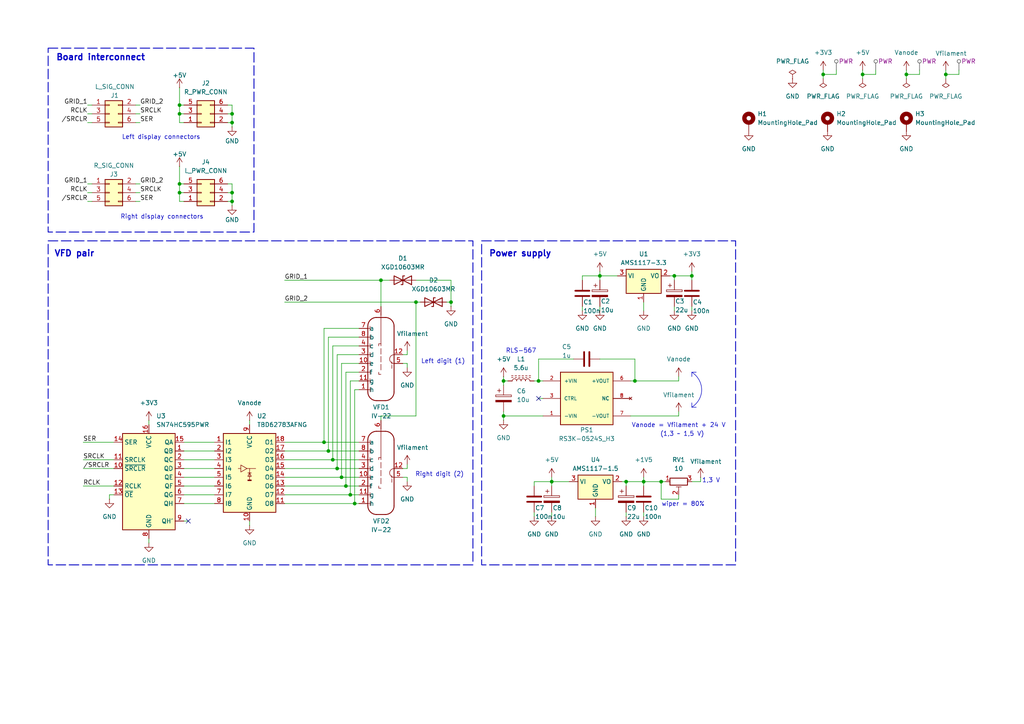
<source format=kicad_sch>
(kicad_sch (version 20250114) (generator "eeschema") (generator_version "9.0")
  (paper "A4")
  (lib_symbols
    (symbol "74xx:74HC595"
      (property "Reference" "U" (at -7.62 13.97 0))
      (property "Value" "74HC595" (at -7.62 -16.51 0))
      (symbol "74HC595_1_0"
        (pin input line (at -10.16 10.16 0) (length 2.54) (name "SER") (number "14"))
        (pin input line (at -10.16 5.08 0) (length 2.54) (name "SRCLK") (number "11"))
        (pin input line (at -10.16 2.54 0) (length 2.54) (name "~{SRCLR}") (number "10"))
        (pin input line (at -10.16 -2.54 0) (length 2.54) (name "RCLK") (number "12"))
        (pin input line (at -10.16 -5.08 0) (length 2.54) (name "~{OE}") (number "13"))
        (pin power_in line (at 0 15.24 270) (length 2.54) (name "VCC") (number "16"))
        (pin power_in line (at 0 -17.78 90) (length 2.54) (name "GND") (number "8"))
        (pin tri_state line (at 10.16 10.16 180) (length 2.54) (name "QA") (number "15"))
        (pin tri_state line (at 10.16 7.62 180) (length 2.54) (name "QB") (number "1"))
        (pin tri_state line (at 10.16 5.08 180) (length 2.54) (name "QC") (number "2"))
        (pin tri_state line (at 10.16 2.54 180) (length 2.54) (name "QD") (number "3"))
        (pin tri_state line (at 10.16 0 180) (length 2.54) (name "QE") (number "4"))
        (pin tri_state line (at 10.16 -2.54 180) (length 2.54) (name "QF") (number "5"))
        (pin tri_state line (at 10.16 -5.08 180) (length 2.54) (name "QG") (number "6"))
        (pin tri_state line (at 10.16 -7.62 180) (length 2.54) (name "QH") (number "7"))
        (pin output line (at 10.16 -12.7 180) (length 2.54) (name "QH'") (number "9"))
      )
      (symbol "74HC595_1_1"
        (rectangle (start -7.62 12.7) (end 7.62 -15.24) (stroke (width 0.254)) (fill (type background)))
      )
    )
    (symbol "Connector_Generic:Conn_02x03_Odd_Even" (pin_names (offset 1.016) (hide yes))
      (property "Reference" "J" (at 1.27 5.08 0))
      (property "Value" "Conn_02x03_Odd_Even" (at 1.27 -5.08 0))
      (symbol "Conn_02x03_Odd_Even_1_1"
        (rectangle (start -1.27 3.81) (end 3.81 -3.81) (stroke (width 0.254)) (fill (type background)))
        (rectangle (start -1.27 2.667) (end 0 2.413) (stroke (width 0.1524)))
        (rectangle (start -1.27 0.127) (end 0 -0.127) (stroke (width 0.1524)))
        (rectangle (start -1.27 -2.413) (end 0 -2.667) (stroke (width 0.1524)))
        (rectangle (start 3.81 2.667) (end 2.54 2.413) (stroke (width 0.1524)))
        (rectangle (start 3.81 0.127) (end 2.54 -0.127) (stroke (width 0.1524)))
        (rectangle (start 3.81 -2.413) (end 2.54 -2.667) (stroke (width 0.1524)))
        (pin passive line (at -5.08 2.54 0) (length 3.81) (name "Pin_1") (number "1"))
        (pin passive line (at -5.08 0 0) (length 3.81) (name "Pin_3") (number "3"))
        (pin passive line (at -5.08 -2.54 0) (length 3.81) (name "Pin_5") (number "5"))
        (pin passive line (at 7.62 2.54 180) (length 3.81) (name "Pin_2") (number "2"))
        (pin passive line (at 7.62 0 180) (length 3.81) (name "Pin_4") (number "4"))
        (pin passive line (at 7.62 -2.54 180) (length 3.81) (name "Pin_6") (number "6"))
      )
    )
    (symbol "Device:C" (pin_numbers (hide yes)) (pin_names (offset 0.254))
      (property "Reference" "C" (at 0.635 2.54 0))
      (property "Value" "C" (at 0.635 -2.54 0))
      (symbol "C_0_1"
        (polyline (pts (xy -2.032 0.762) (xy 2.032 0.762)) (stroke (width 0.508)))
        (polyline (pts (xy -2.032 -0.762) (xy 2.032 -0.762)) (stroke (width 0.508)))
      )
      (symbol "C_1_1"
        (pin passive line (at 0 3.81 270) (length 2.794) (name "~") (number "1"))
        (pin passive line (at 0 -3.81 90) (length 2.794) (name "~") (number "2"))
      )
    )
    (symbol "Device:C_Polarized" (pin_numbers (hide yes)) (pin_names (offset 0.254))
      (property "Reference" "C" (at 0.635 2.54 0))
      (property "Value" "C_Polarized" (at 0.635 -2.54 0))
      (symbol "C_Polarized_0_1"
        (rectangle (start -2.286 0.508) (end 2.286 1.016))
        (polyline (pts (xy -1.778 2.286) (xy -0.762 2.286)))
        (polyline (pts (xy -1.27 2.794) (xy -1.27 1.778)))
        (rectangle (start 2.286 -0.508) (end -2.286 -1.016) (fill (type outline)))
      )
      (symbol "C_Polarized_1_1"
        (pin passive line (at 0 3.81 270) (length 2.794) (name "~") (number "1"))
        (pin passive line (at 0 -3.81 90) (length 2.794) (name "~") (number "2"))
      )
    )
    (symbol "Device:D_TVS" (pin_numbers (hide yes)) (pin_names (offset 1.016) (hide yes))
      (property "Reference" "D" (at 0 2.54 0))
      (property "Value" "D_TVS" (at 0 -2.54 0))
      (symbol "D_TVS_0_1"
        (polyline (pts (xy -2.54 1.27) (xy -2.54 -1.27) (xy 2.54 1.27) (xy 2.54 -1.27) (xy -2.54 1.27)) (stroke (width 0.254)))
        (polyline (pts (xy 0.508 1.27) (xy 0 1.27) (xy 0 -1.27) (xy -0.508 -1.27)) (stroke (width 0.254)))
        (polyline (pts (xy 1.27 0) (xy -1.27 0)))
      )
      (symbol "D_TVS_1_1"
        (pin passive line (at -3.81 0 0) (length 2.54) (name "A1") (number "1"))
        (pin passive line (at 3.81 0 180) (length 2.54) (name "A2") (number "2"))
      )
    )
    (symbol "Device:L_Ferrite" (pin_numbers (hide yes)) (pin_names (offset 1.016) (hide yes))
      (property "Reference" "L" (at -1.27 0 90))
      (property "Value" "L_Ferrite" (at 2.794 0 90))
      (symbol "L_Ferrite_0_1"
        (arc (start 0 2.54) (mid 0.6323 1.905) (end 0 1.27))
        (arc (start 0 1.27) (mid 0.6323 0.635) (end 0 0))
        (arc (start 0 0) (mid 0.6323 -0.635) (end 0 -1.27))
        (arc (start 0 -1.27) (mid 0.6323 -1.905) (end 0 -2.54))
        (polyline (pts (xy 1.016 2.286) (xy 1.016 2.794)))
        (polyline (pts (xy 1.016 1.27) (xy 1.016 1.778)))
        (polyline (pts (xy 1.016 0.254) (xy 1.016 0.762)))
        (polyline (pts (xy 1.016 -0.762) (xy 1.016 -0.254)))
        (polyline (pts (xy 1.016 -1.778) (xy 1.016 -1.27)))
        (polyline (pts (xy 1.016 -2.794) (xy 1.016 -2.286)))
        (polyline (pts (xy 1.524 2.794) (xy 1.524 2.286)))
        (polyline (pts (xy 1.524 1.778) (xy 1.524 1.27)))
        (polyline (pts (xy 1.524 0.762) (xy 1.524 0.254)))
        (polyline (pts (xy 1.524 -0.254) (xy 1.524 -0.762)))
        (polyline (pts (xy 1.524 -1.27) (xy 1.524 -1.778)))
        (polyline (pts (xy 1.524 -2.286) (xy 1.524 -2.794)))
      )
      (symbol "L_Ferrite_1_1"
        (pin passive line (at 0 3.81 270) (length 1.27) (name "1") (number "1"))
        (pin passive line (at 0 -3.81 90) (length 1.27) (name "2") (number "2"))
      )
    )
    (symbol "Device:R_Potentiometer_Trim" (pin_names (offset 1.016) (hide yes))
      (property "Reference" "RV" (at -4.445 0 90))
      (property "Value" "R_Potentiometer_Trim" (at -2.54 0 90))
      (symbol "R_Potentiometer_Trim_0_1"
        (rectangle (start 1.016 2.54) (end -1.016 -2.54) (stroke (width 0.254)))
        (polyline (pts (xy 1.524 0.762) (xy 1.524 -0.762)))
        (polyline (pts (xy 2.54 0) (xy 1.524 0)))
      )
      (symbol "R_Potentiometer_Trim_1_1"
        (pin passive line (at 0 3.81 270) (length 1.27) (name "1") (number "1"))
        (pin passive line (at 0 -3.81 90) (length 1.27) (name "3") (number "3"))
        (pin passive line (at 3.81 0 180) (length 1.27) (name "2") (number "2"))
      )
    )
    (symbol "Mechanical:MountingHole_Pad" (pin_numbers (hide yes)) (pin_names (offset 1.016) (hide yes)) (exclude_from_sim yes) (in_bom no)
      (property "Reference" "H" (at 0 6.35 0))
      (property "Value" "MountingHole_Pad" (at 0 4.445 0))
      (symbol "MountingHole_Pad_0_1"
        (circle (center 0 1.27) (radius 1.27) (stroke (width 1.27)))
      )
      (symbol "MountingHole_Pad_1_1"
        (pin input line (at 0 -2.54 90) (length 2.54) (name "1") (number "1"))
      )
    )
    (symbol "Regulator_Linear:AMS1117-1.5"
      (property "Reference" "U" (at -3.81 3.175 0))
      (property "Value" "AMS1117-1.5" (at 0 3.175 0))
      (symbol "AMS1117-1.5_0_1"
        (rectangle (start -5.08 -5.08) (end 5.08 1.905) (stroke (width 0.254)) (fill (type background)))
      )
      (symbol "AMS1117-1.5_1_1"
        (pin power_in line (at -7.62 0 0) (length 2.54) (name "VI") (number "3"))
        (pin power_in line (at 0 -7.62 90) (length 2.54) (name "GND") (number "1"))
        (pin power_out line (at 7.62 0 180) (length 2.54) (name "VO") (number "2"))
      )
    )
    (symbol "Regulator_Linear:AMS1117-3.3"
      (property "Reference" "U" (at -3.81 3.175 0))
      (property "Value" "AMS1117-3.3" (at 0 3.175 0))
      (symbol "AMS1117-3.3_0_1"
        (rectangle (start -5.08 -5.08) (end 5.08 1.905) (stroke (width 0.254)) (fill (type background)))
      )
      (symbol "AMS1117-3.3_1_1"
        (pin power_in line (at -7.62 0 0) (length 2.54) (name "VI") (number "3"))
        (pin power_in line (at 0 -7.62 90) (length 2.54) (name "GND") (number "1"))
        (pin power_out line (at 7.62 0 180) (length 2.54) (name "VO") (number "2"))
      )
    )
    (symbol "Transistor_Array:TBD62783A"
      (property "Reference" "U" (at -7.62 11.43 0))
      (property "Value" "TBD62783A" (at 1.27 11.43 0))
      (symbol "TBD62783A_0_1"
        (rectangle (start -7.62 10.16) (end 7.62 -12.7) (stroke (width 0.254)) (fill (type background)))
        (polyline (pts (xy -3.302 0) (xy -2.54 0) (xy -2.54 1.016) (xy -0.762 0) (xy -2.54 -1.016) (xy -2.54 0)))
        (polyline (pts (xy -1.778 2.794) (xy -1.778 2.794)) (stroke (width 0.254)))
        (polyline (pts (xy -1.778 2.032) (xy -1.778 2.032)) (stroke (width 0.254)))
        (polyline (pts (xy -1.778 1.27) (xy -1.778 1.27)) (stroke (width 0.254)))
        (polyline (pts (xy -1.778 -1.27) (xy -1.778 -1.27)) (stroke (width 0.254)))
        (polyline (pts (xy -1.778 -2.032) (xy -1.778 -2.032)) (stroke (width 0.254)))
        (polyline (pts (xy -1.778 -2.794) (xy -1.778 -2.794)) (stroke (width 0.254)))
        (polyline (pts (xy -0.762 0) (xy 1.778 0)))
        (polyline (pts (xy -0.508 -1.27) (xy 0.508 -1.27)))
        (rectangle (start -0.508 -3.302) (end 0.508 -3.556) (fill (type outline)))
        (polyline (pts (xy 0 0) (xy 0 0)) (stroke (width 0.508)))
        (polyline (pts (xy 0 0) (xy 0 -3.302)))
        (polyline (pts (xy 0 -1.27) (xy -0.508 -2.286) (xy 0.508 -2.286) (xy 0 -1.27)))
      )
      (symbol "TBD62783A_1_1"
        (pin input line (at -10.16 7.62 0) (length 2.54) (name "I1") (number "1"))
        (pin input line (at -10.16 5.08 0) (length 2.54) (name "I2") (number "2"))
        (pin input line (at -10.16 2.54 0) (length 2.54) (name "I3") (number "3"))
        (pin input line (at -10.16 0 0) (length 2.54) (name "I4") (number "4"))
        (pin input line (at -10.16 -2.54 0) (length 2.54) (name "I5") (number "5"))
        (pin input line (at -10.16 -5.08 0) (length 2.54) (name "I6") (number "6"))
        (pin input line (at -10.16 -7.62 0) (length 2.54) (name "I7") (number "7"))
        (pin input line (at -10.16 -10.16 0) (length 2.54) (name "I8") (number "8"))
        (pin power_in line (at 0 12.7 270) (length 2.54) (name "VCC") (number "9"))
        (pin power_in line (at 0 -15.24 90) (length 2.54) (name "GND") (number "10"))
        (pin open_emitter line (at 10.16 7.62 180) (length 2.54) (name "O1") (number "18"))
        (pin open_emitter line (at 10.16 5.08 180) (length 2.54) (name "O2") (number "17"))
        (pin open_emitter line (at 10.16 2.54 180) (length 2.54) (name "O3") (number "16"))
        (pin open_emitter line (at 10.16 0 180) (length 2.54) (name "O4") (number "15"))
        (pin open_emitter line (at 10.16 -2.54 180) (length 2.54) (name "O5") (number "14"))
        (pin open_emitter line (at 10.16 -5.08 180) (length 2.54) (name "O6") (number "13"))
        (pin open_emitter line (at 10.16 -7.62 180) (length 2.54) (name "O7") (number "12"))
        (pin open_emitter line (at 10.16 -10.16 180) (length 2.54) (name "O8") (number "11"))
      )
    )
    (symbol "VFDClock_custom_lib:IV-22_VFD_Tube"
      (property "Reference" "VFD" (at -15.24 5.08 0))
      (property "Value" "IV-22" (at -15.24 3.302 0))
      (symbol "IV-22_VFD_Tube_0_1"
        (polyline (pts (xy -9.525 3.175) (xy -8.255 3.175)))
        (polyline (pts (xy -8.89 3.81) (xy -8.89 3.175)))
        (polyline (pts (xy -6.985 3.175) (xy -5.715 3.175)))
        (polyline (pts (xy -6.35 3.81) (xy -6.35 3.175)))
        (polyline (pts (xy -4.445 3.175) (xy -3.175 3.175)))
        (polyline (pts (xy -4.445 0) (xy -4.445 0.635)))
        (polyline (pts (xy -3.81 3.81) (xy -3.81 3.175)))
        (polyline (pts (xy -3.81 0.635) (xy -4.445 0.635)))
        (polyline (pts (xy -1.905 3.175) (xy -0.635 3.175)))
        (polyline (pts (xy -1.27 3.81) (xy -1.27 3.175)))
        (polyline (pts (xy -0.7879 -3.1676) (xy -1.4229 -3.1676)))
        (arc (start -1.2756 -3.7913) (mid -0.0056 -2.5213) (end 1.2644 -3.7913))
        (polyline (pts (xy 0.635 3.175) (xy 1.905 3.175)))
        (polyline (pts (xy 1.27 3.81) (xy 1.27 3.175)))
        (polyline (pts (xy 3.175 3.175) (xy 4.445 3.175)))
        (polyline (pts (xy 3.81 3.81) (xy 3.81 3.175)))
        (polyline (pts (xy 3.81 0.635) (xy 4.445 0.635)))
        (polyline (pts (xy 4.445 0) (xy 4.445 0.635)))
        (polyline (pts (xy 5.715 3.175) (xy 6.985 3.175)))
        (polyline (pts (xy 6.35 3.81) (xy 6.35 3.175)))
        (polyline (pts (xy 8.255 3.175) (xy 9.525 3.175)))
        (polyline (pts (xy 8.89 3.81) (xy 8.89 3.175)))
        (polyline (pts (xy 12.7 0) (xy 3.81 0)))
      )
      (symbol "IV-22_VFD_Tube_1_1"
        (polyline (pts (xy -12.065 1.27) (xy -12.065 -1.27)) (stroke (width 0.254)))
        (arc (start -12.065 1.27) (mid -11.3211 3.0661) (end -9.525 3.81) (stroke (width 0.254)))
        (arc (start -9.525 -3.81) (mid -11.3211 -3.0661) (end -12.065 -1.27) (stroke (width 0.254)))
        (polyline (pts (xy -3.175 0) (xy 3.175 0)) (stroke (width 0) (type dash)))
        (polyline (pts (xy 9.525 3.81) (xy -9.525 3.81)) (stroke (width 0.254)))
        (arc (start 9.525 3.81) (mid 11.3211 3.0661) (end 12.065 1.27) (stroke (width 0.254)))
        (arc (start 12.065 -1.27) (mid 11.3211 -3.0661) (end 9.525 -3.81) (stroke (width 0.254)))
        (polyline (pts (xy 9.525 -3.81) (xy -9.525 -3.81)) (stroke (width 0.254)))
        (polyline (pts (xy 12.065 -1.27) (xy 12.065 1.27)) (stroke (width 0.254)))
        (text "-" (at -2.2525 -3.0725 0) (effects (font (size 1.27 1.27))))
        (pin input line (at -8.89 6.35 270) (length 2.54) (name "h") (number "1"))
        (pin input line (at -6.35 6.35 270) (length 2.54) (name "g") (number "11"))
        (pin input line (at -3.81 6.35 270) (length 2.54) (name "f") (number "2"))
        (pin input line (at -1.27 6.35 270) (length 2.54) (name "e") (number "10"))
        (pin input line (at -1.27 -6.35 90) (length 2.54) (name "") (number "5"))
        (pin input line (at 1.27 6.35 270) (length 2.54) (name "d") (number "3"))
        (pin input line (at 1.27 -6.35 90) (length 2.54) (name "") (number "12"))
        (pin input line (at 3.81 6.35 270) (length 2.54) (name "c") (number "4"))
        (pin input line (at 6.35 6.35 270) (length 2.54) (name "b") (number "8"))
        (pin input line (at 8.89 6.35 270) (length 2.54) (name "a") (number "7"))
        (pin input line (at 15.24 0 180) (length 2.54) (name "") (number "6"))
      )
    )
    (symbol "VFDClock_custom_lib:RS3K-0524S_H3" (pin_names (offset 1.016))
      (property "Reference" "PS" (at -12.7 8.382 0))
      (property "Value" "RS3K-0524S_H3" (at -12.7 -10.16 0))
      (symbol "RS3K-0524S_H3_0_0"
        (rectangle (start -7.62 7.62) (end 7.62 -7.62) (stroke (width 0.254)) (fill (type background)))
        (pin input line (at -12.7 5.08 0) (length 5.08) (name "+VIN") (number "2"))
        (pin input line (at -12.7 0 0) (length 5.08) (name "CTRL") (number "3"))
        (pin input line (at -12.7 -5.08 0) (length 5.08) (name "-VIN") (number "1"))
        (pin output line (at 12.7 5.08 180) (length 5.08) (name "+VOUT") (number "6"))
        (pin no_connect line (at 12.7 0 180) (length 5.08) (name "NC") (number "5"))
        (pin no_connect line (at 12.7 0 180) (length 5.08) (name "NC") (number "8"))
        (pin output line (at 12.7 -5.08 180) (length 5.08) (name "-VOUT") (number "7"))
      )
    )
    (symbol "power:+1V5" (power) (pin_numbers (hide yes)) (pin_names (offset 0) (hide yes))
      (property "Value" "+1V5" (at 0 3.556 0))
      (symbol "+1V5_0_1"
        (polyline (pts (xy -0.762 1.27) (xy 0 2.54)))
        (polyline (pts (xy 0 2.54) (xy 0.762 1.27)))
        (polyline (pts (xy 0 0) (xy 0 2.54)))
      )
      (symbol "+1V5_1_1"
        (pin power_in line (at 0 0 90) (length 0) (name "~") (number "1"))
      )
    )
    (symbol "power:+3V3" (power) (pin_numbers (hide yes)) (pin_names (offset 0) (hide yes))
      (property "Value" "+3V3" (at 0 3.556 0))
      (symbol "+3V3_0_1"
        (polyline (pts (xy -0.762 1.27) (xy 0 2.54)))
        (polyline (pts (xy 0 2.54) (xy 0.762 1.27)))
        (polyline (pts (xy 0 0) (xy 0 2.54)))
      )
      (symbol "+3V3_1_1"
        (pin power_in line (at 0 0 90) (length 0) (name "~") (number "1"))
      )
    )
    (symbol "power:+5V" (power) (pin_numbers (hide yes)) (pin_names (offset 0) (hide yes))
      (property "Value" "+5V" (at 0 3.556 0))
      (symbol "+5V_0_1"
        (polyline (pts (xy -0.762 1.27) (xy 0 2.54)))
        (polyline (pts (xy 0 2.54) (xy 0.762 1.27)))
        (polyline (pts (xy 0 0) (xy 0 2.54)))
      )
      (symbol "+5V_1_1"
        (pin power_in line (at 0 0 90) (length 0) (name "~") (number "1"))
      )
    )
    (symbol "power:GND" (power) (pin_numbers (hide yes)) (pin_names (offset 0) (hide yes))
      (property "Value" "GND" (at 0 -3.81 0))
      (symbol "GND_0_1"
        (polyline (pts (xy 0 0) (xy 0 -1.27) (xy 1.27 -1.27) (xy 0 -2.54) (xy -1.27 -1.27) (xy 0 -1.27)))
      )
      (symbol "GND_1_1"
        (pin power_in line (at 0 0 270) (length 0) (name "~") (number "1"))
      )
    )
    (symbol "power:PWR_FLAG" (power) (pin_numbers (hide yes)) (pin_names (offset 0) (hide yes))
      (property "Value" "PWR_FLAG" (at 0 3.81 0))
      (symbol "PWR_FLAG_0_0"
        (pin power_out line (at 0 0 90) (length 0) (name "~") (number "1"))
      )
      (symbol "PWR_FLAG_0_1"
        (polyline (pts (xy 0 0) (xy 0 1.27) (xy -1.016 1.905) (xy 0 2.54) (xy 1.016 1.905) (xy 0 1.27)))
      )
    )
    (symbol "power:Vdrive" (power) (pin_numbers (hide yes)) (pin_names (offset 0) (hide yes))
      (property "Value" "Vdrive" (at 0 3.556 0))
      (symbol "Vdrive_0_1"
        (polyline (pts (xy -0.762 1.27) (xy 0 2.54)))
        (polyline (pts (xy 0 2.54) (xy 0.762 1.27)))
        (polyline (pts (xy 0 0) (xy 0 2.54)))
      )
      (symbol "Vdrive_1_1"
        (pin power_in line (at 0 0 90) (length 0) (name "~") (number "1"))
      )
    )
  )
  (bus_alias "ShiftRegister" (members "SRCLK" "/SRCLR" "RCLK"))
  (rectangle (start 139.7 69.85) (end 213.36 163.83) (stroke (width 0.254) (type dash)))
  (bezier (pts (xy 200.66 107.95) (xy 204.47 110.49) (xy 204.47 115.57) (xy 200.66 118.11)))
  (rectangle (start 13.97 13.97) (end 73.66 67.31) (stroke (width 0.254) (type dash)))
  (rectangle (start 13.97 69.85) (end 137.16 163.83) (stroke (width 0.254) (type dash)))
  (text "Right digit (2)" (at 127.508 137.668 0) (effects (font (size 1.27 1.27))))
  (text "Left digit (1)" (at 128.524 104.902 0) (effects (font (size 1.27 1.27))))
  (text "RLS-567" (at 151.13 101.854 0) (effects (font (size 1.27 1.27))))
  (text "Power supply" (at 150.876 73.66 0) (effects (font (size 1.778 1.778) (thickness 0.3556) (bold yes))))
  (text "Vanode = Vfilament + 24 V" (at 196.85 123.444 0) (effects (font (size 1.27 1.27))))
  (text "1,3 V" (at 206.248 139.446 0) (effects (font (size 1.27 1.27))))
  (text "VFD pair" (at 21.59 73.66 0) (effects (font (size 1.778 1.778) (thickness 0.3556) (bold yes))))
  (text "Board interconnect" (at 29.21 16.764 0) (effects (font (size 1.778 1.778) (thickness 0.3556) (bold yes))))
  (text "wiper = 80%" (at 198.12 146.304 0) (effects (font (size 1.27 1.27))))
  (text "(1,3 ~ 1,5 V)" (at 197.866 125.984 0) (effects (font (size 1.27 1.27))))
  (text "Left display connectors" (at 46.736 39.878 0) (effects (font (size 1.27 1.27))))
  (text "Right display connectors" (at 46.99 62.992 0) (effects (font (size 1.27 1.27))))
  (junction (at 101.6 143.51))
  (junction (at 156.21 110.49))
  (junction (at 100.33 140.97))
  (junction (at 52.07 33.02))
  (junction (at 97.79 135.89))
  (junction (at 67.31 33.02))
  (junction (at 173.99 80.01))
  (junction (at 99.06 138.43))
  (junction (at 274.32 21.59))
  (junction (at 67.31 35.56))
  (junction (at 146.05 110.49))
  (junction (at 52.07 30.48))
  (junction (at 130.81 87.63))
  (junction (at 52.07 55.88))
  (junction (at 160.02 139.7))
  (junction (at 52.07 53.34))
  (junction (at 250.19 21.59))
  (junction (at 238.76 21.59))
  (junction (at 186.69 139.7))
  (junction (at 110.49 81.28))
  (junction (at 146.05 120.65))
  (junction (at 67.31 58.42))
  (junction (at 102.87 146.05))
  (junction (at 191.77 139.7))
  (junction (at 184.15 110.49))
  (junction (at 67.31 55.88))
  (junction (at 262.89 21.59))
  (junction (at 195.58 80.01))
  (junction (at 93.98 128.27))
  (junction (at 96.52 133.35))
  (junction (at 120.65 87.63))
  (junction (at 95.25 130.81))
  (junction (at 200.66 80.01))
  (junction (at 181.61 139.7))
  (no_connect (at 156.21 115.57))
  (no_connect (at 54.61 151.13))
  (wire (pts (xy 72.39 121.92) (xy 72.39 123.19)))
  (wire (pts (xy 195.58 80.01) (xy 200.66 80.01)))
  (wire (pts (xy 52.07 55.88) (xy 52.07 58.42)))
  (wire (pts (xy 39.37 33.02) (xy 40.64 33.02)))
  (wire (pts (xy 52.07 48.26) (xy 52.07 53.34)))
  (wire (pts (xy 200.66 81.28) (xy 200.66 80.01)))
  (wire (pts (xy 24.13 128.27) (xy 33.02 128.27)))
  (wire (pts (xy 118.11 102.87) (xy 118.11 101.6)))
  (wire (pts (xy 168.91 80.01) (xy 173.99 80.01)))
  (wire (pts (xy 238.76 20.32) (xy 238.76 21.59)))
  (wire (pts (xy 160.02 139.7) (xy 154.94 139.7)))
  (wire (pts (xy 53.34 140.97) (xy 62.23 140.97)))
  (wire (pts (xy 146.05 120.65) (xy 157.48 120.65)))
  (wire (pts (xy 274.32 21.59) (xy 274.32 20.32)))
  (wire (pts (xy 278.13 20.32) (xy 278.13 21.59)))
  (wire (pts (xy 101.6 110.49) (xy 101.6 143.51)))
  (wire (pts (xy 130.81 87.63) (xy 130.81 88.9)))
  (wire (pts (xy 262.89 22.86) (xy 262.89 21.59)))
  (wire (pts (xy 95.25 130.81) (xy 104.14 130.81)))
  (wire (pts (xy 196.85 119.38) (xy 196.85 120.65)))
  (wire (pts (xy 66.04 33.02) (xy 67.31 33.02)))
  (polyline (pts (xy 200.66 107.95) (xy 201.93 107.95)))
  (wire (pts (xy 186.69 148.59) (xy 186.69 149.86)))
  (wire (pts (xy 173.99 104.14) (xy 184.15 104.14)))
  (wire (pts (xy 25.4 30.48) (xy 26.67 30.48)))
  (wire (pts (xy 166.37 104.14) (xy 156.21 104.14)))
  (wire (pts (xy 242.57 21.59) (xy 238.76 21.59)))
  (wire (pts (xy 104.14 102.87) (xy 97.79 102.87)))
  (wire (pts (xy 116.84 105.41) (xy 118.11 105.41)))
  (wire (pts (xy 67.31 58.42) (xy 67.31 59.69)))
  (wire (pts (xy 52.07 53.34) (xy 53.34 53.34)))
  (wire (pts (xy 93.98 95.25) (xy 93.98 128.27)))
  (wire (pts (xy 193.04 139.7) (xy 191.77 139.7)))
  (wire (pts (xy 33.02 143.51) (xy 31.75 143.51)))
  (wire (pts (xy 266.7 20.32) (xy 266.7 21.59)))
  (wire (pts (xy 118.11 135.89) (xy 118.11 134.62)))
  (wire (pts (xy 52.07 55.88) (xy 53.34 55.88)))
  (wire (pts (xy 40.64 53.34) (xy 39.37 53.34)))
  (wire (pts (xy 82.55 87.63) (xy 120.65 87.63)))
  (wire (pts (xy 156.21 115.57) (xy 157.48 115.57)))
  (wire (pts (xy 160.02 139.7) (xy 160.02 140.97)))
  (wire (pts (xy 181.61 139.7) (xy 186.69 139.7)))
  (wire (pts (xy 104.14 105.41) (xy 99.06 105.41)))
  (wire (pts (xy 116.84 102.87) (xy 118.11 102.87)))
  (wire (pts (xy 53.34 133.35) (xy 62.23 133.35)))
  (wire (pts (xy 116.84 135.89) (xy 118.11 135.89)))
  (wire (pts (xy 53.34 35.56) (xy 52.07 35.56)))
  (wire (pts (xy 52.07 33.02) (xy 53.34 33.02)))
  (wire (pts (xy 31.75 143.51) (xy 31.75 144.78)))
  (wire (pts (xy 99.06 105.41) (xy 99.06 138.43)))
  (wire (pts (xy 53.34 130.81) (xy 62.23 130.81)))
  (wire (pts (xy 146.05 109.22) (xy 146.05 110.49)))
  (wire (pts (xy 66.04 30.48) (xy 67.31 30.48)))
  (wire (pts (xy 53.34 146.05) (xy 62.23 146.05)))
  (wire (pts (xy 97.79 102.87) (xy 97.79 135.89)))
  (wire (pts (xy 82.55 130.81) (xy 95.25 130.81)))
  (wire (pts (xy 100.33 107.95) (xy 100.33 140.97)))
  (wire (pts (xy 96.52 133.35) (xy 104.14 133.35)))
  (wire (pts (xy 196.85 144.78) (xy 191.77 144.78)))
  (polyline (pts (xy 200.66 116.84) (xy 200.66 118.11)))
  (wire (pts (xy 52.07 33.02) (xy 52.07 35.56)))
  (wire (pts (xy 195.58 80.01) (xy 195.58 81.28)))
  (wire (pts (xy 104.14 113.03) (xy 102.87 113.03)))
  (wire (pts (xy 154.94 140.97) (xy 154.94 139.7)))
  (wire (pts (xy 66.04 53.34) (xy 67.31 53.34)))
  (wire (pts (xy 156.21 104.14) (xy 156.21 110.49)))
  (wire (pts (xy 118.11 138.43) (xy 118.11 139.7)))
  (wire (pts (xy 104.14 95.25) (xy 93.98 95.25)))
  (wire (pts (xy 146.05 110.49) (xy 147.32 110.49)))
  (wire (pts (xy 146.05 110.49) (xy 146.05 111.76)))
  (wire (pts (xy 82.55 135.89) (xy 97.79 135.89)))
  (wire (pts (xy 82.55 133.35) (xy 96.52 133.35)))
  (wire (pts (xy 24.13 135.89) (xy 33.02 135.89)))
  (wire (pts (xy 40.64 58.42) (xy 39.37 58.42)))
  (wire (pts (xy 173.99 81.28) (xy 173.99 80.01)))
  (wire (pts (xy 130.81 81.28) (xy 130.81 87.63)))
  (wire (pts (xy 26.67 35.56) (xy 25.4 35.56)))
  (wire (pts (xy 173.99 80.01) (xy 179.07 80.01)))
  (wire (pts (xy 120.65 81.28) (xy 130.81 81.28)))
  (wire (pts (xy 104.14 100.33) (xy 96.52 100.33)))
  (wire (pts (xy 82.55 138.43) (xy 99.06 138.43)))
  (wire (pts (xy 39.37 55.88) (xy 40.64 55.88)))
  (wire (pts (xy 242.57 20.32) (xy 242.57 21.59)))
  (wire (pts (xy 26.67 58.42) (xy 25.4 58.42)))
  (wire (pts (xy 160.02 138.43) (xy 160.02 139.7)))
  (wire (pts (xy 129.54 87.63) (xy 130.81 87.63)))
  (wire (pts (xy 120.65 120.65) (xy 110.49 120.65)))
  (wire (pts (xy 250.19 20.32) (xy 250.19 21.59)))
  (wire (pts (xy 82.55 128.27) (xy 93.98 128.27)))
  (wire (pts (xy 120.65 87.63) (xy 121.92 87.63)))
  (polyline (pts (xy 200.66 118.11) (xy 201.93 118.11)))
  (wire (pts (xy 184.15 110.49) (xy 196.85 110.49)))
  (wire (pts (xy 104.14 97.79) (xy 95.25 97.79)))
  (wire (pts (xy 274.32 22.86) (xy 274.32 21.59)))
  (wire (pts (xy 53.34 138.43) (xy 62.23 138.43)))
  (wire (pts (xy 184.15 110.49) (xy 182.88 110.49)))
  (wire (pts (xy 160.02 139.7) (xy 165.1 139.7)))
  (wire (pts (xy 67.31 53.34) (xy 67.31 55.88)))
  (wire (pts (xy 154.94 148.59) (xy 154.94 149.86)))
  (wire (pts (xy 110.49 120.65) (xy 110.49 121.92)))
  (wire (pts (xy 97.79 135.89) (xy 104.14 135.89)))
  (wire (pts (xy 182.88 120.65) (xy 196.85 120.65)))
  (wire (pts (xy 186.69 139.7) (xy 191.77 139.7)))
  (wire (pts (xy 100.33 140.97) (xy 104.14 140.97)))
  (wire (pts (xy 53.34 128.27) (xy 62.23 128.27)))
  (wire (pts (xy 110.49 81.28) (xy 110.49 88.9)))
  (wire (pts (xy 67.31 55.88) (xy 67.31 58.42)))
  (wire (pts (xy 53.34 58.42) (xy 52.07 58.42)))
  (wire (pts (xy 67.31 30.48) (xy 67.31 33.02)))
  (wire (pts (xy 82.55 81.28) (xy 110.49 81.28)))
  (wire (pts (xy 52.07 53.34) (xy 52.07 55.88)))
  (wire (pts (xy 25.4 53.34) (xy 26.67 53.34)))
  (wire (pts (xy 250.19 21.59) (xy 250.19 22.86)))
  (wire (pts (xy 116.84 138.43) (xy 118.11 138.43)))
  (wire (pts (xy 52.07 30.48) (xy 52.07 33.02)))
  (wire (pts (xy 40.64 35.56) (xy 39.37 35.56)))
  (wire (pts (xy 172.72 147.32) (xy 172.72 149.86)))
  (wire (pts (xy 173.99 90.17) (xy 173.99 88.9)))
  (wire (pts (xy 254 20.32) (xy 254 21.59)))
  (wire (pts (xy 67.31 58.42) (xy 66.04 58.42)))
  (wire (pts (xy 101.6 143.51) (xy 104.14 143.51)))
  (wire (pts (xy 96.52 100.33) (xy 96.52 133.35)))
  (wire (pts (xy 181.61 139.7) (xy 181.61 140.97)))
  (wire (pts (xy 146.05 119.38) (xy 146.05 120.65)))
  (wire (pts (xy 186.69 140.97) (xy 186.69 139.7)))
  (wire (pts (xy 67.31 33.02) (xy 67.31 35.56)))
  (polyline (pts (xy 200.66 107.95) (xy 200.66 109.22)))
  (wire (pts (xy 180.34 139.7) (xy 181.61 139.7)))
  (wire (pts (xy 146.05 120.65) (xy 146.05 121.92)))
  (wire (pts (xy 154.94 110.49) (xy 156.21 110.49)))
  (wire (pts (xy 168.91 81.28) (xy 168.91 80.01)))
  (wire (pts (xy 53.34 135.89) (xy 62.23 135.89)))
  (wire (pts (xy 110.49 81.28) (xy 113.03 81.28)))
  (wire (pts (xy 99.06 138.43) (xy 104.14 138.43)))
  (wire (pts (xy 184.15 104.14) (xy 184.15 110.49)))
  (wire (pts (xy 43.18 121.92) (xy 43.18 123.19)))
  (wire (pts (xy 168.91 88.9) (xy 168.91 90.17)))
  (wire (pts (xy 238.76 22.86) (xy 238.76 21.59)))
  (wire (pts (xy 82.55 140.97) (xy 100.33 140.97)))
  (wire (pts (xy 25.4 33.02) (xy 26.67 33.02)))
  (wire (pts (xy 24.13 133.35) (xy 33.02 133.35)))
  (wire (pts (xy 95.25 97.79) (xy 95.25 130.81)))
  (wire (pts (xy 72.39 151.13) (xy 72.39 152.4)))
  (wire (pts (xy 67.31 35.56) (xy 67.31 36.83)))
  (wire (pts (xy 196.85 109.22) (xy 196.85 110.49)))
  (wire (pts (xy 93.98 128.27) (xy 104.14 128.27)))
  (wire (pts (xy 66.04 55.88) (xy 67.31 55.88)))
  (wire (pts (xy 67.31 35.56) (xy 66.04 35.56)))
  (wire (pts (xy 104.14 110.49) (xy 101.6 110.49)))
  (wire (pts (xy 191.77 139.7) (xy 191.77 144.78)))
  (wire (pts (xy 200.66 80.01) (xy 200.66 78.74)))
  (wire (pts (xy 160.02 149.86) (xy 160.02 148.59)))
  (wire (pts (xy 104.14 107.95) (xy 100.33 107.95)))
  (wire (pts (xy 54.61 151.13) (xy 53.34 151.13)))
  (wire (pts (xy 254 21.59) (xy 250.19 21.59)))
  (wire (pts (xy 102.87 146.05) (xy 104.14 146.05)))
  (wire (pts (xy 43.18 156.21) (xy 43.18 157.48)))
  (wire (pts (xy 196.85 143.51) (xy 196.85 144.78)))
  (wire (pts (xy 278.13 21.59) (xy 274.32 21.59)))
  (wire (pts (xy 118.11 105.41) (xy 118.11 106.68)))
  (wire (pts (xy 200.66 88.9) (xy 200.66 90.17)))
  (wire (pts (xy 52.07 25.4) (xy 52.07 30.48)))
  (wire (pts (xy 173.99 78.74) (xy 173.99 80.01)))
  (wire (pts (xy 200.66 139.7) (xy 203.2 139.7)))
  (wire (pts (xy 194.31 80.01) (xy 195.58 80.01)))
  (wire (pts (xy 262.89 21.59) (xy 262.89 20.32)))
  (wire (pts (xy 181.61 149.86) (xy 181.61 148.59)))
  (wire (pts (xy 52.07 30.48) (xy 53.34 30.48)))
  (wire (pts (xy 102.87 113.03) (xy 102.87 146.05)))
  (wire (pts (xy 203.2 139.7) (xy 203.2 138.43)))
  (wire (pts (xy 24.13 140.97) (xy 33.02 140.97)))
  (wire (pts (xy 186.69 87.63) (xy 186.69 90.17)))
  (wire (pts (xy 53.34 143.51) (xy 62.23 143.51)))
  (wire (pts (xy 40.64 30.48) (xy 39.37 30.48)))
  (wire (pts (xy 195.58 90.17) (xy 195.58 88.9)))
  (wire (pts (xy 156.21 110.49) (xy 157.48 110.49)))
  (wire (pts (xy 186.69 138.43) (xy 186.69 139.7)))
  (wire (pts (xy 120.65 87.63) (xy 120.65 120.65)))
  (wire (pts (xy 266.7 21.59) (xy 262.89 21.59)))
  (wire (pts (xy 82.55 143.51) (xy 101.6 143.51)))
  (wire (pts (xy 82.55 146.05) (xy 102.87 146.05)))
  (wire (pts (xy 25.4 55.88) (xy 26.67 55.88)))
  (label "GRID_2" (at 40.64 53.34 0))
  (label "GRID_1" (at 25.4 53.34 180))
  (label "GRID_2" (at 82.55 87.63 0))
  (label "RCLK" (at 25.4 33.02 180))
  (label "RCLK" (at 24.13 140.97 0))
  (label "GRID_1" (at 25.4 30.48 180))
  (label "GRID_1" (at 82.55 81.28 0))
  (label "SER" (at 40.64 58.42 0))
  (label "RCLK" (at 25.4 55.88 180))
  (label "SRCLK" (at 40.64 55.88 0))
  (label "SER" (at 24.13 128.27 0))
  (label "{slash}SRCLR" (at 25.4 58.42 180))
  (label "{slash}SRCLR" (at 24.13 135.89 0))
  (label "SER" (at 40.64 35.56 0))
  (label "{slash}SRCLR" (at 25.4 35.56 180))
  (label "SRCLK" (at 40.64 33.02 0))
  (label "GRID_2" (at 40.64 30.48 0))
  (label "SRCLK" (at 24.13 133.35 0))
  (netclass_flag "" (length 2.54) (shape round) (at 278.13 20.32 0) (property "Netclass" "PWR" (at 278.8285 17.78 0) (effects (justify left))))
  (netclass_flag "" (length 2.54) (shape round) (at 254 20.32 0) (property "Netclass" "PWR" (at 254.6985 17.78 0) (effects (justify left))))
  (netclass_flag "" (length 2.54) (shape round) (at 242.57 20.32 0) (property "Netclass" "PWR" (at 243.2685 17.78 0) (effects (justify left))))
  (netclass_flag "" (length 2.54) (shape round) (at 266.7 20.32 0) (property "Netclass" "PWR" (at 267.3985 17.78 0) (effects (justify left))))
  (symbol (lib_id "power:Vdrive") (at 72.39 121.92 0) (unit 1)
    (property "Reference" "#PWR028" (effects (hide yes)))
    (property "Value" "Vanode" (at 72.39 116.84 0))
    (property "Description" "Power symbol creates a global label with name \"Vdrive\"" (effects (hide yes)))
  )
  (symbol (lib_id "Device:C") (at 168.91 85.09 0) (unit 1)
    (property "Reference" "C1" (at 169.164 87.63 0) (effects (justify left)))
    (property "Value" "100n" (at 169.164 90.17 0) (effects (justify left)))
    (property "Footprint" "Capacitor_SMD:C_0805_2012Metric" (effects (hide yes)))
    (property "Description" "Unpolarized capacitor" (effects (hide yes)))
  )
  (symbol (lib_id "power:GND") (at 173.99 90.17 0) (unit 1)
    (property "Reference" "#PWR018" (effects (hide yes)))
    (property "Value" "GND" (at 173.99 95.25 0))
    (property "Description" "Power symbol creates a global label with name \"GND\" , ground" (effects (hide yes)))
  )
  (symbol (lib_id "Device:C") (at 154.94 144.78 0) (unit 1)
    (property "Reference" "C7" (at 155.194 147.32 0) (effects (justify left)))
    (property "Value" "100n" (at 155.194 149.86 0) (effects (justify left)))
    (property "Footprint" "Capacitor_SMD:C_0805_2012Metric" (effects (hide yes)))
    (property "Description" "Unpolarized capacitor" (effects (hide yes)))
  )
  (symbol (lib_id "power:Vdrive") (at 203.2 138.43 0) (unit 1)
    (property "Reference" "#PWR033" (effects (hide yes)))
    (property "Value" "Vfilament" (at 204.724 133.858 0))
    (property "Description" "Power symbol creates a global label with name \"Vdrive\"" (effects (hide yes)))
  )
  (symbol (lib_id "74xx:74HC595") (at 43.18 138.43 0) (unit 1)
    (property "Reference" "U3" (at 45.3233 120.65 0) (effects (justify left)))
    (property "Value" "SN74HC595PWR" (at 45.3233 123.19 0) (effects (justify left)))
    (property "Footprint" "Package_SO:TSSOP-16_4.4x5mm_P0.65mm" (effects (hide yes)))
    (property "Datasheet" "http://www.ti.com/lit/ds/symlink/sn74hc595.pdf" (effects (hide yes)))
    (property "Description" "8-bit serial in/out Shift Register 3-State Outputs" (effects (hide yes)))
  )
  (symbol (lib_id "power:GND") (at 31.75 144.78 0) (unit 1)
    (property "Reference" "#PWR035" (effects (hide yes)))
    (property "Value" "GND" (at 31.75 149.86 0))
    (property "Description" "Power symbol creates a global label with name \"GND\" , ground" (effects (hide yes)))
  )
  (symbol (lib_id "Regulator_Linear:AMS1117-3.3") (at 186.69 80.01 0) (unit 1)
    (property "Reference" "U1" (at 186.69 73.66 0))
    (property "Value" "AMS1117-3.3" (at 186.69 76.2 0))
    (property "Footprint" "Package_TO_SOT_SMD:SOT-223-3_TabPin2" (effects (hide yes)))
    (property "Datasheet" "http://www.advanced-monolithic.com/pdf/ds1117.pdf" (effects (hide yes)))
    (property "Description" "1A Low Dropout regulator, positive, 3.3V fixed output, SOT-223" (effects (hide yes)))
  )
  (symbol (lib_id "Device:L_Ferrite") (at 151.13 110.49 90) (unit 1)
    (property "Reference" "L1" (at 151.13 104.14 90))
    (property "Value" "5.6u" (at 151.13 106.68 90))
    (property "Footprint" "Inductor_SMD:L_1812_4532Metric" (effects (hide yes)))
    (property "Datasheet" "https://cz.mouser.com/datasheet/2/468/RLS_567-3578707.pdf" (effects (hide yes)))
    (property "Description" "Inductor with ferrite core" (effects (hide yes)))
  )
  (symbol (lib_id "Device:C_Polarized") (at 181.61 144.78 0) (unit 1)
    (property "Reference" "C9" (at 181.864 147.32 0) (effects (justify left)))
    (property "Value" "22u" (at 181.864 149.86 0) (effects (justify left)))
    (property "Footprint" "Capacitor_Tantalum_SMD:CP_EIA-3528-15_AVX-H" (effects (hide yes)))
    (property "Description" "Polarized capacitor" (effects (hide yes)))
  )
  (symbol (lib_id "power:GND") (at 217.17 38.1 0) (unit 1)
    (property "Reference" "#PWR08" (effects (hide yes)))
    (property "Value" "GND" (at 217.17 43.18 0))
    (property "Description" "Power symbol creates a global label with name \"GND\" , ground" (effects (hide yes)))
  )
  (symbol (lib_id "VFDClock_custom_lib:IV-22_VFD_Tube") (at 110.49 104.14 90) (unit 1)
    (property "Reference" "VFD1" (at 110.5686 118.11 90))
    (property "Value" "IV-22" (at 110.5686 120.65 90))
    (property "Footprint" "Connector_PinSocket_2.54mm:PinSocket_1x12_P2.54mm_Vertical" (effects (hide yes)))
    (property "Datasheet" "kicad-embed://IV-22.pdf" (effects (hide yes)))
  )
  (symbol (lib_id "power:Vdrive") (at 118.11 101.6 0) (unit 1)
    (property "Reference" "#PWR022" (effects (hide yes)))
    (property "Value" "Vfilament" (at 119.634 96.774 0))
    (property "Description" "Power symbol creates a global label with name \"Vdrive\"" (effects (hide yes)))
  )
  (symbol (lib_id "power:+5V") (at 52.07 25.4 0) (unit 1)
    (property "Reference" "#PWR06" (effects (hide yes)))
    (property "Value" "+5V" (at 52.07 21.844 0))
    (property "Description" "Power symbol creates a global label with name \"+5V\"" (effects (hide yes)))
  )
  (symbol (lib_id "power:PWR_FLAG") (at 274.32 22.86 180) (unit 1)
    (property "Reference" "#FLG05" (effects (hide yes)))
    (property "Value" "PWR_FLAG" (at 274.32 27.94 0))
    (property "Description" "Special symbol for telling ERC where power comes from" (effects (hide yes)))
  )
  (symbol (lib_id "VFDClock_custom_lib:RS3K-0524S_H3") (at 170.18 115.57 0) (unit 1)
    (property "Reference" "PS1" (at 170.18 124.714 0))
    (property "Value" "RS3K-0524S_H3" (at 170.18 127.254 0))
    (property "Footprint" "VFDClock_custom_lib:CONV_RS3K-0524S_H3" (effects (hide yes)))
    (property "Datasheet" "https://recom-power.com/pdf/Econoline/RS3K(-Z).pdf" (effects (hide yes)))
    (property "MF" "Recom Power" (effects (hide yes)))
    (property "MAXIMUM_PACKAGE_HEIGHT" "11.6mm" (effects (hide yes)))
    (property "Package" "None" (effects (hide yes)))
    (property "Price" "None" (effects (hide yes)))
    (property "Check_prices" "https://www.snapeda.com/parts/RS3K-0524S/H3/Recom+Power/view-part/?ref=eda" (effects (hide yes)))
    (property "STANDARD" "Manufacturer Recommendations" (effects (hide yes)))
    (property "PARTREV" "2-2024" (effects (hide yes)))
    (property "SnapEDA_Link" "https://www.snapeda.com/parts/RS3K-0524S/H3/Recom+Power/view-part/?ref=snap" (effects (hide yes)))
    (property "MP" "RS3K-0524S/H3" (effects (hide yes)))
    (property "Description_1" "3W DC/DC-Converter 'ECONOLINE' SIP8 3kV reg 2:1" (effects (hide yes)))
    (property "Availability" "In Stock" (effects (hide yes)))
    (property "MANUFACTURER" "Recom Power" (effects (hide yes)))
  )
  (symbol (lib_id "Device:C_Polarized") (at 195.58 85.09 0) (unit 1)
    (property "Reference" "C3" (at 195.834 87.376 0) (effects (justify left)))
    (property "Value" "22u" (at 195.834 89.916 0) (effects (justify left)))
    (property "Footprint" "Capacitor_Tantalum_SMD:CP_EIA-3528-15_AVX-H" (effects (hide yes)))
    (property "Description" "Polarized capacitor" (effects (hide yes)))
  )
  (symbol (lib_id "Device:C") (at 186.69 144.78 0) (unit 1)
    (property "Reference" "C10" (at 186.944 147.32 0) (effects (justify left)))
    (property "Value" "100n" (at 186.944 149.86 0) (effects (justify left)))
    (property "Footprint" "Capacitor_SMD:C_0805_2012Metric" (effects (hide yes)))
    (property "Description" "Unpolarized capacitor" (effects (hide yes)))
  )
  (symbol (lib_id "power:GND") (at 229.87 22.86 0) (unit 1)
    (property "Reference" "#PWR05" (effects (hide yes)))
    (property "Value" "GND" (at 229.87 27.94 0))
    (property "Description" "Power symbol creates a global label with name \"GND\" , ground" (effects (hide yes)))
  )
  (symbol (lib_id "Device:D_TVS") (at 116.84 81.28 180) (unit 1)
    (property "Reference" "D1" (at 116.84 74.93 0))
    (property "Value" "XGD10603MR" (at 116.84 77.47 0))
    (property "Footprint" "Diode_SMD:D_0603_1608Metric" (effects (hide yes)))
    (property "Description" "Bidirectional transient-voltage-suppression diode" (effects (hide yes)))
  )
  (symbol (lib_id "Device:C_Polarized") (at 173.99 85.09 0) (unit 1)
    (property "Reference" "C2" (at 174.244 87.376 0) (effects (justify left)))
    (property "Value" "10u" (at 174.244 89.916 0) (effects (justify left)))
    (property "Footprint" "Capacitor_Tantalum_SMD:CP_EIA-3216-18_Kemet-A" (effects (hide yes)))
    (property "Description" "Polarized capacitor" (effects (hide yes)))
  )
  (symbol (lib_id "power:GND") (at 146.05 121.92 0) (unit 1)
    (property "Reference" "#PWR029" (effects (hide yes)))
    (property "Value" "GND" (at 146.05 127 0))
    (property "Description" "Power symbol creates a global label with name \"GND\" , ground" (effects (hide yes)))
  )
  (symbol (lib_id "VFDClock_custom_lib:IV-22_VFD_Tube") (at 110.49 137.16 90) (unit 1)
    (property "Reference" "VFD2" (at 110.5686 151.13 90))
    (property "Value" "IV-22" (at 110.5686 153.67 90))
    (property "Footprint" "Connector_PinSocket_2.54mm:PinSocket_1x12_P2.54mm_Vertical" (effects (hide yes)))
    (property "Datasheet" "kicad-embed://IV-22.pdf" (effects (hide yes)))
  )
  (symbol (lib_id "power:GND") (at 130.81 88.9 0) (unit 1)
    (property "Reference" "#PWR016" (effects (hide yes)))
    (property "Value" "GND" (at 130.81 93.98 0))
    (property "Description" "Power symbol creates a global label with name \"GND\" , ground" (effects (hide yes)))
  )
  (symbol (lib_id "power:GND") (at 186.69 149.86 0) (mirror y) (unit 1)
    (property "Reference" "#PWR040" (effects (hide yes)))
    (property "Value" "GND" (at 186.69 154.94 0))
    (property "Description" "Power symbol creates a global label with name \"GND\" , ground" (effects (hide yes)))
  )
  (symbol (lib_id "power:GND") (at 72.39 152.4 0) (unit 1)
    (property "Reference" "#PWR041" (effects (hide yes)))
    (property "Value" "GND" (at 72.39 157.48 0))
    (property "Description" "Power symbol creates a global label with name \"GND\" , ground" (effects (hide yes)))
  )
  (symbol (lib_id "power:GND") (at 67.31 59.69 0) (unit 1)
    (property "Reference" "#PWR013" (effects (hide yes)))
    (property "Value" "GND" (at 67.31 63.754 0))
    (property "Description" "Power symbol creates a global label with name \"GND\" , ground" (effects (hide yes)))
  )
  (symbol (lib_id "Mechanical:MountingHole_Pad") (at 262.89 35.56 0) (unit 1) (exclude_from_sim yes) (in_bom no)
    (property "Reference" "H3" (at 265.43 33.0199 0) (effects (justify left)))
    (property "Value" "MountingHole_Pad" (at 265.43 35.5599 0) (effects (justify left)))
    (property "Footprint" "MountingHole:MountingHole_3.2mm_M3_ISO14580_Pad_TopBottom" (effects (hide yes)))
    (property "Description" "Mounting Hole with connection" (effects (hide yes)))
  )
  (symbol (lib_id "Connector_Generic:Conn_02x03_Odd_Even") (at 31.75 55.88 0) (unit 1)
    (property "Reference" "J3" (at 33.02 50.546 0))
    (property "Value" "R_SIG_CONN" (at 33.02 48.006 0))
    (property "Footprint" "Connector_PinSocket_2.54mm:PinSocket_2x03_P2.54mm_Horizontal" (effects (hide yes)))
    (property "Description" "Generic connector, double row, 02x03, odd/even pin numbering scheme (row 1 odd numbers, row 2 even numbers), script generated (kicad-library-utils/schlib/autogen/connector/)" (effects (hide yes)))
  )
  (symbol (lib_id "power:GND") (at 262.89 38.1 0) (unit 1)
    (property "Reference" "#PWR011" (effects (hide yes)))
    (property "Value" "GND" (at 262.89 43.18 0))
    (property "Description" "Power symbol creates a global label with name \"GND\" , ground" (effects (hide yes)))
  )
  (symbol (lib_id "power:GND") (at 67.31 36.83 0) (unit 1)
    (property "Reference" "#PWR07" (effects (hide yes)))
    (property "Value" "GND" (at 67.31 40.894 0))
    (property "Description" "Power symbol creates a global label with name \"GND\" , ground" (effects (hide yes)))
  )
  (symbol (lib_id "power:+5V") (at 52.07 48.26 0) (unit 1)
    (property "Reference" "#PWR010" (effects (hide yes)))
    (property "Value" "+5V" (at 52.07 44.704 0))
    (property "Description" "Power symbol creates a global label with name \"+5V\"" (effects (hide yes)))
  )
  (symbol (lib_id "power:+5V") (at 250.19 20.32 0) (unit 1)
    (property "Reference" "#PWR02" (effects (hide yes)))
    (property "Value" "+5V" (at 250.19 15.24 0))
    (property "Description" "Power symbol creates a global label with name \"+5V\"" (effects (hide yes)))
  )
  (symbol (lib_id "power:GND") (at 43.18 157.48 0) (unit 1)
    (property "Reference" "#PWR042" (effects (hide yes)))
    (property "Value" "GND" (at 43.18 162.56 0))
    (property "Description" "Power symbol creates a global label with name \"GND\" , ground" (effects (hide yes)))
  )
  (symbol (lib_id "power:+3V3") (at 238.76 20.32 0) (unit 1)
    (property "Reference" "#PWR01" (effects (hide yes)))
    (property "Value" "+3V3" (at 238.76 15.24 0))
    (property "Description" "Power symbol creates a global label with name \"+3V3\"" (effects (hide yes)))
  )
  (symbol (lib_id "power:PWR_FLAG") (at 229.87 22.86 0) (unit 1)
    (property "Reference" "#FLG01" (effects (hide yes)))
    (property "Value" "PWR_FLAG" (at 229.87 17.78 0))
    (property "Description" "Special symbol for telling ERC where power comes from" (effects (hide yes)))
  )
  (symbol (lib_id "power:GND") (at 172.72 149.86 0) (unit 1)
    (property "Reference" "#PWR038" (effects (hide yes)))
    (property "Value" "GND" (at 172.72 154.94 0))
    (property "Description" "Power symbol creates a global label with name \"GND\" , ground" (effects (hide yes)))
  )
  (symbol (lib_id "power:Vdrive") (at 262.89 20.32 0) (unit 1)
    (property "Reference" "#PWR03" (effects (hide yes)))
    (property "Value" "Vanode" (at 262.89 15.24 0))
    (property "Description" "Power symbol creates a global label with name \"Vdrive\"" (effects (hide yes)))
  )
  (symbol (lib_id "power:+3V3") (at 43.18 121.92 0) (unit 1)
    (property "Reference" "#PWR027" (effects (hide yes)))
    (property "Value" "+3V3" (at 43.18 116.84 0))
    (property "Description" "Power symbol creates a global label with name \"+3V3\"" (effects (hide yes)))
  )
  (symbol (lib_id "power:PWR_FLAG") (at 250.19 22.86 180) (unit 1)
    (property "Reference" "#FLG03" (effects (hide yes)))
    (property "Value" "PWR_FLAG" (at 250.19 27.94 0))
    (property "Description" "Special symbol for telling ERC where power comes from" (effects (hide yes)))
  )
  (symbol (lib_id "Connector_Generic:Conn_02x03_Odd_Even") (at 58.42 55.88 0) (mirror x) (unit 1)
    (property "Reference" "J4" (at 59.69 46.99 0))
    (property "Value" "L_PWR_CONN" (at 59.69 49.53 0))
    (property "Footprint" "Connector_PinSocket_2.54mm:PinSocket_2x03_P2.54mm_Horizontal" (effects (hide yes)))
    (property "Description" "Generic connector, double row, 02x03, odd/even pin numbering scheme (row 1 odd numbers, row 2 even numbers), script generated (kicad-library-utils/schlib/autogen/connector/)" (effects (hide yes)))
  )
  (symbol (lib_id "power:GND") (at 154.94 149.86 0) (mirror y) (unit 1)
    (property "Reference" "#PWR036" (effects (hide yes)))
    (property "Value" "GND" (at 154.94 154.94 0))
    (property "Description" "Power symbol creates a global label with name \"GND\" , ground" (effects (hide yes)))
  )
  (symbol (lib_id "power:+5V") (at 173.99 78.74 0) (unit 1)
    (property "Reference" "#PWR014" (effects (hide yes)))
    (property "Value" "+5V" (at 173.99 73.66 0))
    (property "Description" "Power symbol creates a global label with name \"+5V\"" (effects (hide yes)))
  )
  (symbol (lib_id "power:GND") (at 181.61 149.86 0) (unit 1)
    (property "Reference" "#PWR039" (effects (hide yes)))
    (property "Value" "GND" (at 181.61 154.94 0))
    (property "Description" "Power symbol creates a global label with name \"GND\" , ground" (effects (hide yes)))
  )
  (symbol (lib_id "Device:C") (at 200.66 85.09 0) (unit 1)
    (property "Reference" "C4" (at 200.914 87.63 0) (effects (justify left)))
    (property "Value" "100n" (at 200.914 90.17 0) (effects (justify left)))
    (property "Footprint" "Capacitor_SMD:C_0805_2012Metric" (effects (hide yes)))
    (property "Description" "Unpolarized capacitor" (effects (hide yes)))
  )
  (symbol (lib_id "power:Vdrive") (at 118.11 134.62 0) (unit 1)
    (property "Reference" "#PWR030" (effects (hide yes)))
    (property "Value" "Vfilament" (at 119.634 129.794 0))
    (property "Description" "Power symbol creates a global label with name \"Vdrive\"" (effects (hide yes)))
  )
  (symbol (lib_id "Mechanical:MountingHole_Pad") (at 217.17 35.56 0) (unit 1) (exclude_from_sim yes) (in_bom no)
    (property "Reference" "H1" (at 219.71 33.0199 0) (effects (justify left)))
    (property "Value" "MountingHole_Pad" (at 219.71 35.5599 0) (effects (justify left)))
    (property "Footprint" "MountingHole:MountingHole_3.2mm_M3_ISO14580_Pad_TopBottom" (effects (hide yes)))
    (property "Description" "Mounting Hole with connection" (effects (hide yes)))
  )
  (symbol (lib_id "power:+5V") (at 160.02 138.43 0) (unit 1)
    (property "Reference" "#PWR031" (effects (hide yes)))
    (property "Value" "+5V" (at 160.02 133.35 0))
    (property "Description" "Power symbol creates a global label with name \"+5V\"" (effects (hide yes)))
  )
  (symbol (lib_id "power:GND") (at 240.03 38.1 0) (unit 1)
    (property "Reference" "#PWR09" (effects (hide yes)))
    (property "Value" "GND" (at 240.03 43.18 0))
    (property "Description" "Power symbol creates a global label with name \"GND\" , ground" (effects (hide yes)))
  )
  (symbol (lib_id "Device:R_Potentiometer_Trim") (at 196.85 139.7 90) (mirror x) (unit 1)
    (property "Reference" "RV1" (at 196.85 133.35 90))
    (property "Value" "10" (at 196.85 135.89 90))
    (property "Footprint" "Potentiometer_THT:Potentiometer_Bourns_3339P_Vertical" (effects (hide yes)))
    (property "Description" "Trim-potentiometer" (effects (hide yes)))
  )
  (symbol (lib_id "Transistor_Array:TBD62783A") (at 72.39 135.89 0) (unit 1)
    (property "Reference" "U2" (at 74.5333 120.65 0) (effects (justify left)))
    (property "Value" "TBD62783AFNG" (at 74.5333 123.19 0) (effects (justify left)))
    (property "Footprint" "Package_SO:SSOP-18_4.4x6.5mm_P0.65mm" (effects (hide yes)))
    (property "Datasheet" "http://toshiba.semicon-storage.com/info/docget.jsp?did=30523&prodName=TBD62783APG" (effects (hide yes)))
    (property "Description" "8-Channel Source Type Transistor Array, TTL and CMOS compatible, 500mA, 50V, DIP-18/SOP-18/SSOP-18/SOIC-18W" (effects (hide yes)))
  )
  (symbol (lib_id "Device:C_Polarized") (at 146.05 115.57 0) (unit 1)
    (property "Reference" "C6" (at 149.86 113.4109 0) (effects (justify left)))
    (property "Value" "10u" (at 149.86 115.9509 0) (effects (justify left)))
    (property "Footprint" "Capacitor_Tantalum_SMD:CP_EIA-3216-18_Kemet-A" (effects (hide yes)))
    (property "Description" "Polarized capacitor" (effects (hide yes)))
  )
  (symbol (lib_id "Device:C") (at 170.18 104.14 90) (unit 1)
    (property "Reference" "C5" (at 164.338 100.584 90))
    (property "Value" "1u" (at 164.338 103.124 90))
    (property "Footprint" "Capacitor_SMD:C_0805_2012Metric" (effects (hide yes)))
    (property "Description" "Unpolarized capacitor" (effects (hide yes)))
  )
  (symbol (lib_id "power:PWR_FLAG") (at 238.76 22.86 180) (unit 1)
    (property "Reference" "#FLG02" (effects (hide yes)))
    (property "Value" "PWR_FLAG" (at 238.76 27.94 0))
    (property "Description" "Special symbol for telling ERC where power comes from" (effects (hide yes)))
  )
  (symbol (lib_id "power:+5V") (at 146.05 109.22 0) (unit 1)
    (property "Reference" "#PWR024" (effects (hide yes)))
    (property "Value" "+5V" (at 146.05 104.14 0))
    (property "Description" "Power symbol creates a global label with name \"+5V\"" (effects (hide yes)))
  )
  (symbol (lib_id "Regulator_Linear:AMS1117-1.5") (at 172.72 139.7 0) (unit 1)
    (property "Reference" "U4" (at 172.72 133.35 0))
    (property "Value" "AMS1117-1.5" (at 172.72 135.89 0))
    (property "Footprint" "Package_TO_SOT_SMD:SOT-223-3_TabPin2" (effects (hide yes)))
    (property "Datasheet" "http://www.advanced-monolithic.com/pdf/ds1117.pdf" (effects (hide yes)))
    (property "Description" "1A Low Dropout regulator, positive, 1.5V fixed output, SOT-223" (effects (hide yes)))
  )
  (symbol (lib_id "Connector_Generic:Conn_02x03_Odd_Even") (at 31.75 33.02 0) (unit 1)
    (property "Reference" "J1" (at 33.274 27.686 0))
    (property "Value" "L_SIG_CONN" (at 33.274 25.146 0))
    (property "Footprint" "Connector_PinSocket_2.54mm:PinSocket_2x03_P2.54mm_Horizontal" (effects (hide yes)))
    (property "Description" "Generic connector, double row, 02x03, odd/even pin numbering scheme (row 1 odd numbers, row 2 even numbers), script generated (kicad-library-utils/schlib/autogen/connector/)" (effects (hide yes)))
  )
  (symbol (lib_id "power:GND") (at 160.02 149.86 0) (unit 1)
    (property "Reference" "#PWR037" (effects (hide yes)))
    (property "Value" "GND" (at 160.02 154.94 0))
    (property "Description" "Power symbol creates a global label with name \"GND\" , ground" (effects (hide yes)))
  )
  (symbol (lib_id "power:Vdrive") (at 196.85 109.22 0) (unit 1)
    (property "Reference" "#PWR025" (effects (hide yes)))
    (property "Value" "Vanode" (at 196.85 104.14 0))
    (property "Description" "Power symbol creates a global label with name \"Vdrive\"" (effects (hide yes)))
  )
  (symbol (lib_id "power:GND") (at 168.91 90.17 0) (unit 1)
    (property "Reference" "#PWR017" (effects (hide yes)))
    (property "Value" "GND" (at 168.91 95.25 0))
    (property "Description" "Power symbol creates a global label with name \"GND\" , ground" (effects (hide yes)))
  )
  (symbol (lib_id "power:+1V5") (at 186.69 138.43 0) (unit 1)
    (property "Reference" "#PWR032" (effects (hide yes)))
    (property "Value" "+1V5" (at 186.69 133.35 0))
    (property "Description" "Power symbol creates a global label with name \"+1V5\"" (effects (hide yes)))
  )
  (symbol (lib_id "Device:C_Polarized") (at 160.02 144.78 0) (unit 1)
    (property "Reference" "C8" (at 160.274 147.32 0) (effects (justify left)))
    (property "Value" "10u" (at 160.274 149.86 0) (effects (justify left)))
    (property "Footprint" "Capacitor_Tantalum_SMD:CP_EIA-3216-18_Kemet-A" (effects (hide yes)))
    (property "Description" "Polarized capacitor" (effects (hide yes)))
  )
  (symbol (lib_id "power:GND") (at 118.11 139.7 0) (unit 1)
    (property "Reference" "#PWR034" (effects (hide yes)))
    (property "Value" "GND" (at 118.11 144.78 0))
    (property "Description" "Power symbol creates a global label with name \"GND\" , ground" (effects (hide yes)))
  )
  (symbol (lib_id "Device:D_TVS") (at 125.73 87.63 180) (unit 1)
    (property "Reference" "D2" (at 125.73 81.28 0))
    (property "Value" "XGD10603MR" (at 125.73 83.82 0))
    (property "Footprint" "Diode_SMD:D_0603_1608Metric" (effects (hide yes)))
    (property "Description" "Bidirectional transient-voltage-suppression diode" (effects (hide yes)))
  )
  (symbol (lib_id "power:+3V3") (at 200.66 78.74 0) (unit 1)
    (property "Reference" "#PWR015" (effects (hide yes)))
    (property "Value" "+3V3" (at 200.66 73.66 0))
    (property "Description" "Power symbol creates a global label with name \"+3V3\"" (effects (hide yes)))
  )
  (symbol (lib_id "power:Vdrive") (at 196.85 119.38 0) (unit 1)
    (property "Reference" "#PWR026" (effects (hide yes)))
    (property "Value" "Vfilament" (at 196.85 114.554 0))
    (property "Description" "Power symbol creates a global label with name \"Vdrive\"" (effects (hide yes)))
  )
  (symbol (lib_id "power:GND") (at 195.58 90.17 0) (unit 1)
    (property "Reference" "#PWR020" (effects (hide yes)))
    (property "Value" "GND" (at 195.58 95.25 0))
    (property "Description" "Power symbol creates a global label with name \"GND\" , ground" (effects (hide yes)))
  )
  (symbol (lib_id "power:PWR_FLAG") (at 262.89 22.86 180) (unit 1)
    (property "Reference" "#FLG04" (effects (hide yes)))
    (property "Value" "PWR_FLAG" (at 262.89 27.94 0))
    (property "Description" "Special symbol for telling ERC where power comes from" (effects (hide yes)))
  )
  (symbol (lib_id "power:Vdrive") (at 274.32 20.32 0) (unit 1)
    (property "Reference" "#PWR04" (effects (hide yes)))
    (property "Value" "Vfilament" (at 275.844 15.494 0))
    (property "Description" "Power symbol creates a global label with name \"Vdrive\"" (effects (hide yes)))
  )
  (symbol (lib_id "Mechanical:MountingHole_Pad") (at 240.03 35.56 0) (unit 1) (exclude_from_sim yes) (in_bom no)
    (property "Reference" "H2" (at 242.57 33.0199 0) (effects (justify left)))
    (property "Value" "MountingHole_Pad" (at 242.57 35.5599 0) (effects (justify left)))
    (property "Footprint" "MountingHole:MountingHole_3.2mm_M3_ISO14580_Pad_TopBottom" (effects (hide yes)))
    (property "Description" "Mounting Hole with connection" (effects (hide yes)))
  )
  (symbol (lib_id "Connector_Generic:Conn_02x03_Odd_Even") (at 58.42 33.02 0) (mirror x) (unit 1)
    (property "Reference" "J2" (at 59.69 24.13 0))
    (property "Value" "R_PWR_CONN" (at 59.69 26.67 0))
    (property "Footprint" "Connector_PinSocket_2.54mm:PinSocket_2x03_P2.54mm_Horizontal" (effects (hide yes)))
    (property "Description" "Generic connector, double row, 02x03, odd/even pin numbering scheme (row 1 odd numbers, row 2 even numbers), script generated (kicad-library-utils/schlib/autogen/connector/)" (effects (hide yes)))
  )
  (symbol (lib_id "power:GND") (at 118.11 106.68 0) (unit 1)
    (property "Reference" "#PWR023" (effects (hide yes)))
    (property "Value" "GND" (at 118.11 111.76 0))
    (property "Description" "Power symbol creates a global label with name \"GND\" , ground" (effects (hide yes)))
  )
  (symbol (lib_id "power:GND") (at 200.66 90.17 0) (unit 1)
    (property "Reference" "#PWR021" (effects (hide yes)))
    (property "Value" "GND" (at 200.66 95.25 0))
    (property "Description" "Power symbol creates a global label with name \"GND\" , ground" (effects (hide yes)))
  )
  (symbol (lib_id "power:GND") (at 186.69 90.17 0) (unit 1)
    (property "Reference" "#PWR019" (effects (hide yes)))
    (property "Value" "GND" (at 186.69 95.25 0))
    (property "Description" "Power symbol creates a global label with name \"GND\" , ground" (effects (hide yes)))
  )
)
</source>
